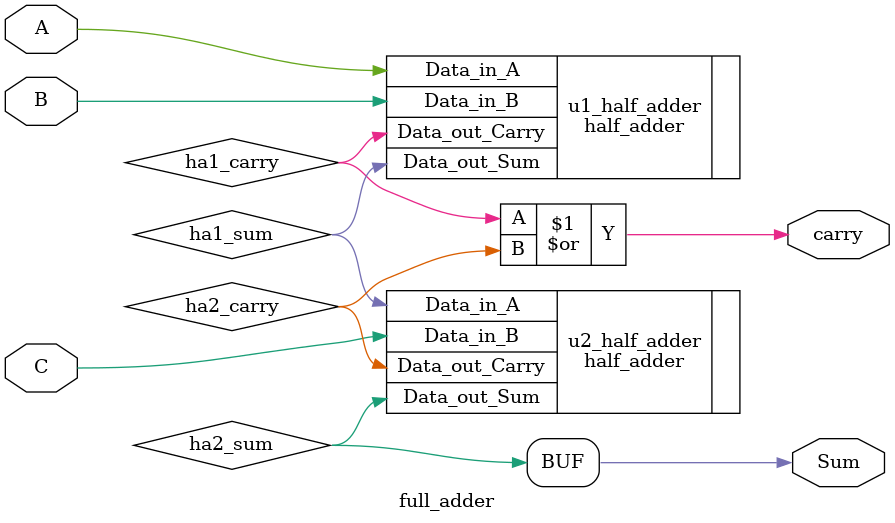
<source format=v>
`timescale 1ns / 1ps


module full_adder(
    input  A,  //input A
    input  B,  //input B
    input C, //input C
    output Sum,
    output carry
    );

    
     wire ha1_sum;
     wire ha2_sum;
     wire ha1_carry;
     wire ha2_carry;
  
     //Instantiate the half adder 1
    half_adder u1_half_adder
     (
     .Data_in_A(A),
     .Data_in_B(B),
     .Data_out_Sum(ha1_sum),
     .Data_out_Carry(ha1_carry)
     );                    
     half_adder u2_half_adder
      (
      .Data_in_A(ha1_sum),
      .Data_in_B(C),
      .Data_out_Sum(ha2_sum),
      .Data_out_Carry(ha2_carry)
      ); 
      
                           
     

    //sum output from 2nd half adder is connected to full adder output
    assign Sum = ha2_sum;  
    //The carry's from both the half adders are OR'ed to get the final carry./
    assign carry = ha1_carry | ha2_carry;
    
endmodule
</source>
